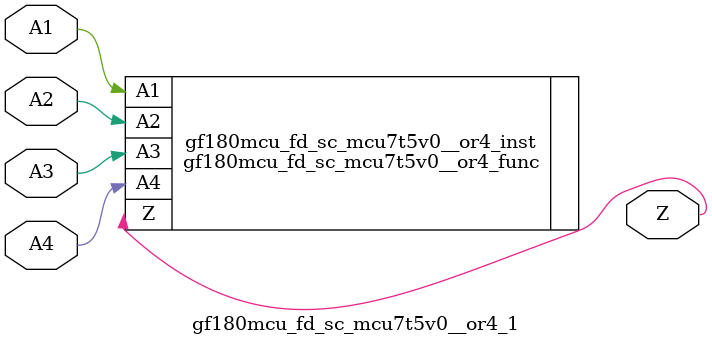
<source format=v>

`ifndef GF180MCU_FD_SC_MCU7T5V0__OR4_1_V
`define GF180MCU_FD_SC_MCU7T5V0__OR4_1_V

`include "gf180mcu_fd_sc_mcu7t5v0__or4_func.v"

`ifdef USE_POWER_PINS
module gf180mcu_fd_sc_mcu7t5v0__or4_1( A1, A2, A3, A4, Z, VDD, VSS );
inout VDD, VSS;
`else // If not USE_POWER_PINS
module gf180mcu_fd_sc_mcu7t5v0__or4_1( A1, A2, A3, A4, Z );
`endif // If not USE_POWER_PINS
input A1, A2, A3, A4;
output Z;

`ifdef USE_POWER_PINS
  gf180mcu_fd_sc_mcu7t5v0__or4_func gf180mcu_fd_sc_mcu7t5v0__or4_inst(.A1(A1),.A2(A2),.A3(A3),.A4(A4),.Z(Z),.VDD(VDD),.VSS(VSS));
`else // If not USE_POWER_PINS
  gf180mcu_fd_sc_mcu7t5v0__or4_func gf180mcu_fd_sc_mcu7t5v0__or4_inst(.A1(A1),.A2(A2),.A3(A3),.A4(A4),.Z(Z));
`endif // If not USE_POWER_PINS

`ifndef FUNCTIONAL
	// spec_gates_begin


	// spec_gates_end



   specify

	// specify_block_begin

	// comb arc A1 --> Z
	 (A1 => Z) = (1.0,1.0);

	// comb arc A2 --> Z
	 (A2 => Z) = (1.0,1.0);

	// comb arc A3 --> Z
	 (A3 => Z) = (1.0,1.0);

	// comb arc A4 --> Z
	 (A4 => Z) = (1.0,1.0);

	// specify_block_end

   endspecify

   `endif

endmodule
`endif // GF180MCU_FD_SC_MCU7T5V0__OR4_1_V

</source>
